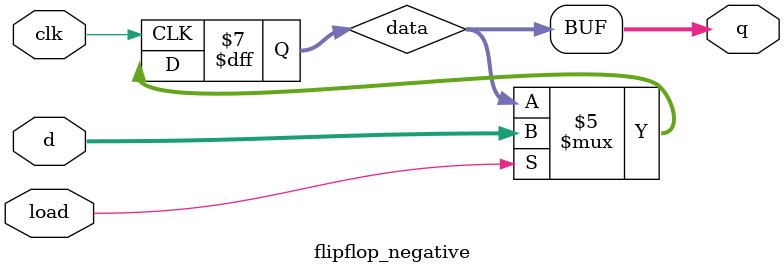
<source format=sv>
module flipflop_negative #(parameter width = 16)
(
    input clk,
    input load,
    input [width-1:0] d,
    output logic [width-1:0] q
);

logic [width-1:0] data;

/* Altera device registers are 0 at power on. Specify this
 * so that Modelsim works as expected.
 */
initial
begin
    data = 1'b0;
end

always_ff @(negedge clk)
begin
    if (load)
    begin
        data = d;
    end
end

always_comb
begin
    q = data;
end

endmodule : flipflop_negative

</source>
